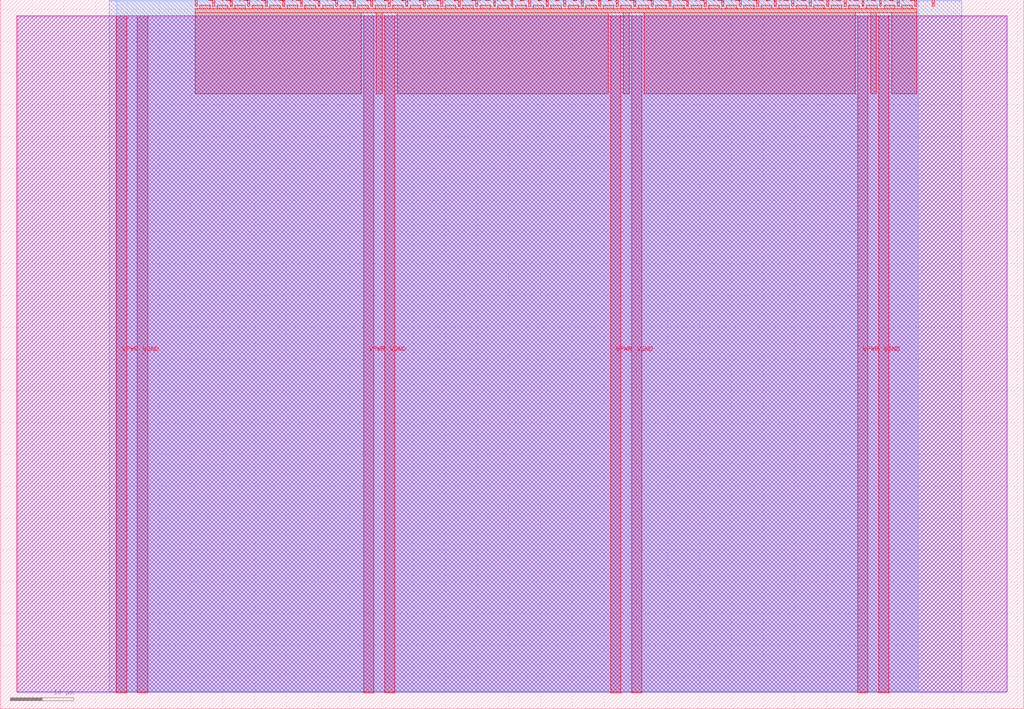
<source format=lef>
VERSION 5.7 ;
  NOWIREEXTENSIONATPIN ON ;
  DIVIDERCHAR "/" ;
  BUSBITCHARS "[]" ;
MACRO tt_um_markgarnold_pdp8
  CLASS BLOCK ;
  FOREIGN tt_um_markgarnold_pdp8 ;
  ORIGIN 0.000 0.000 ;
  SIZE 161.000 BY 111.520 ;
  PIN VGND
    DIRECTION INOUT ;
    USE GROUND ;
    PORT
      LAYER met4 ;
        RECT 21.580 2.480 23.180 109.040 ;
    END
    PORT
      LAYER met4 ;
        RECT 60.450 2.480 62.050 109.040 ;
    END
    PORT
      LAYER met4 ;
        RECT 99.320 2.480 100.920 109.040 ;
    END
    PORT
      LAYER met4 ;
        RECT 138.190 2.480 139.790 109.040 ;
    END
  END VGND
  PIN VPWR
    DIRECTION INOUT ;
    USE POWER ;
    PORT
      LAYER met4 ;
        RECT 18.280 2.480 19.880 109.040 ;
    END
    PORT
      LAYER met4 ;
        RECT 57.150 2.480 58.750 109.040 ;
    END
    PORT
      LAYER met4 ;
        RECT 96.020 2.480 97.620 109.040 ;
    END
    PORT
      LAYER met4 ;
        RECT 134.890 2.480 136.490 109.040 ;
    END
  END VPWR
  PIN clk
    DIRECTION INPUT ;
    USE SIGNAL ;
    ANTENNAGATEAREA 0.852000 ;
    PORT
      LAYER met4 ;
        RECT 143.830 110.520 144.130 111.520 ;
    END
  END clk
  PIN ena
    DIRECTION INPUT ;
    USE SIGNAL ;
    PORT
      LAYER met4 ;
        RECT 146.590 110.520 146.890 111.520 ;
    END
  END ena
  PIN rst_n
    DIRECTION INPUT ;
    USE SIGNAL ;
    ANTENNAGATEAREA 0.196500 ;
    PORT
      LAYER met4 ;
        RECT 141.070 110.520 141.370 111.520 ;
    END
  END rst_n
  PIN ui_in[0]
    DIRECTION INPUT ;
    USE SIGNAL ;
    ANTENNAGATEAREA 0.159000 ;
    PORT
      LAYER met4 ;
        RECT 138.310 110.520 138.610 111.520 ;
    END
  END ui_in[0]
  PIN ui_in[1]
    DIRECTION INPUT ;
    USE SIGNAL ;
    ANTENNAGATEAREA 0.196500 ;
    PORT
      LAYER met4 ;
        RECT 135.550 110.520 135.850 111.520 ;
    END
  END ui_in[1]
  PIN ui_in[2]
    DIRECTION INPUT ;
    USE SIGNAL ;
    PORT
      LAYER met4 ;
        RECT 132.790 110.520 133.090 111.520 ;
    END
  END ui_in[2]
  PIN ui_in[3]
    DIRECTION INPUT ;
    USE SIGNAL ;
    PORT
      LAYER met4 ;
        RECT 130.030 110.520 130.330 111.520 ;
    END
  END ui_in[3]
  PIN ui_in[4]
    DIRECTION INPUT ;
    USE SIGNAL ;
    PORT
      LAYER met4 ;
        RECT 127.270 110.520 127.570 111.520 ;
    END
  END ui_in[4]
  PIN ui_in[5]
    DIRECTION INPUT ;
    USE SIGNAL ;
    PORT
      LAYER met4 ;
        RECT 124.510 110.520 124.810 111.520 ;
    END
  END ui_in[5]
  PIN ui_in[6]
    DIRECTION INPUT ;
    USE SIGNAL ;
    PORT
      LAYER met4 ;
        RECT 121.750 110.520 122.050 111.520 ;
    END
  END ui_in[6]
  PIN ui_in[7]
    DIRECTION INPUT ;
    USE SIGNAL ;
    PORT
      LAYER met4 ;
        RECT 118.990 110.520 119.290 111.520 ;
    END
  END ui_in[7]
  PIN uio_in[0]
    DIRECTION INPUT ;
    USE SIGNAL ;
    PORT
      LAYER met4 ;
        RECT 116.230 110.520 116.530 111.520 ;
    END
  END uio_in[0]
  PIN uio_in[1]
    DIRECTION INPUT ;
    USE SIGNAL ;
    PORT
      LAYER met4 ;
        RECT 113.470 110.520 113.770 111.520 ;
    END
  END uio_in[1]
  PIN uio_in[2]
    DIRECTION INPUT ;
    USE SIGNAL ;
    PORT
      LAYER met4 ;
        RECT 110.710 110.520 111.010 111.520 ;
    END
  END uio_in[2]
  PIN uio_in[3]
    DIRECTION INPUT ;
    USE SIGNAL ;
    PORT
      LAYER met4 ;
        RECT 107.950 110.520 108.250 111.520 ;
    END
  END uio_in[3]
  PIN uio_in[4]
    DIRECTION INPUT ;
    USE SIGNAL ;
    PORT
      LAYER met4 ;
        RECT 105.190 110.520 105.490 111.520 ;
    END
  END uio_in[4]
  PIN uio_in[5]
    DIRECTION INPUT ;
    USE SIGNAL ;
    PORT
      LAYER met4 ;
        RECT 102.430 110.520 102.730 111.520 ;
    END
  END uio_in[5]
  PIN uio_in[6]
    DIRECTION INPUT ;
    USE SIGNAL ;
    PORT
      LAYER met4 ;
        RECT 99.670 110.520 99.970 111.520 ;
    END
  END uio_in[6]
  PIN uio_in[7]
    DIRECTION INPUT ;
    USE SIGNAL ;
    PORT
      LAYER met4 ;
        RECT 96.910 110.520 97.210 111.520 ;
    END
  END uio_in[7]
  PIN uio_oe[0]
    DIRECTION OUTPUT ;
    USE SIGNAL ;
    PORT
      LAYER met4 ;
        RECT 49.990 110.520 50.290 111.520 ;
    END
  END uio_oe[0]
  PIN uio_oe[1]
    DIRECTION OUTPUT ;
    USE SIGNAL ;
    PORT
      LAYER met4 ;
        RECT 47.230 110.520 47.530 111.520 ;
    END
  END uio_oe[1]
  PIN uio_oe[2]
    DIRECTION OUTPUT ;
    USE SIGNAL ;
    PORT
      LAYER met4 ;
        RECT 44.470 110.520 44.770 111.520 ;
    END
  END uio_oe[2]
  PIN uio_oe[3]
    DIRECTION OUTPUT ;
    USE SIGNAL ;
    PORT
      LAYER met4 ;
        RECT 41.710 110.520 42.010 111.520 ;
    END
  END uio_oe[3]
  PIN uio_oe[4]
    DIRECTION OUTPUT ;
    USE SIGNAL ;
    PORT
      LAYER met4 ;
        RECT 38.950 110.520 39.250 111.520 ;
    END
  END uio_oe[4]
  PIN uio_oe[5]
    DIRECTION OUTPUT ;
    USE SIGNAL ;
    PORT
      LAYER met4 ;
        RECT 36.190 110.520 36.490 111.520 ;
    END
  END uio_oe[5]
  PIN uio_oe[6]
    DIRECTION OUTPUT ;
    USE SIGNAL ;
    PORT
      LAYER met4 ;
        RECT 33.430 110.520 33.730 111.520 ;
    END
  END uio_oe[6]
  PIN uio_oe[7]
    DIRECTION OUTPUT ;
    USE SIGNAL ;
    PORT
      LAYER met4 ;
        RECT 30.670 110.520 30.970 111.520 ;
    END
  END uio_oe[7]
  PIN uio_out[0]
    DIRECTION OUTPUT ;
    USE SIGNAL ;
    ANTENNAGATEAREA 1.246500 ;
    ANTENNADIFFAREA 0.891000 ;
    PORT
      LAYER met4 ;
        RECT 72.070 110.520 72.370 111.520 ;
    END
  END uio_out[0]
  PIN uio_out[1]
    DIRECTION OUTPUT ;
    USE SIGNAL ;
    ANTENNAGATEAREA 1.120500 ;
    ANTENNADIFFAREA 0.891000 ;
    PORT
      LAYER met4 ;
        RECT 69.310 110.520 69.610 111.520 ;
    END
  END uio_out[1]
  PIN uio_out[2]
    DIRECTION OUTPUT ;
    USE SIGNAL ;
    ANTENNAGATEAREA 0.747000 ;
    ANTENNADIFFAREA 0.891000 ;
    PORT
      LAYER met4 ;
        RECT 66.550 110.520 66.850 111.520 ;
    END
  END uio_out[2]
  PIN uio_out[3]
    DIRECTION OUTPUT ;
    USE SIGNAL ;
    ANTENNAGATEAREA 0.499500 ;
    ANTENNADIFFAREA 0.891000 ;
    PORT
      LAYER met4 ;
        RECT 63.790 110.520 64.090 111.520 ;
    END
  END uio_out[3]
  PIN uio_out[4]
    DIRECTION OUTPUT ;
    USE SIGNAL ;
    ANTENNADIFFAREA 0.445500 ;
    PORT
      LAYER met4 ;
        RECT 61.030 110.520 61.330 111.520 ;
    END
  END uio_out[4]
  PIN uio_out[5]
    DIRECTION OUTPUT ;
    USE SIGNAL ;
    ANTENNADIFFAREA 0.445500 ;
    PORT
      LAYER met4 ;
        RECT 58.270 110.520 58.570 111.520 ;
    END
  END uio_out[5]
  PIN uio_out[6]
    DIRECTION OUTPUT ;
    USE SIGNAL ;
    PORT
      LAYER met4 ;
        RECT 55.510 110.520 55.810 111.520 ;
    END
  END uio_out[6]
  PIN uio_out[7]
    DIRECTION OUTPUT ;
    USE SIGNAL ;
    PORT
      LAYER met4 ;
        RECT 52.750 110.520 53.050 111.520 ;
    END
  END uio_out[7]
  PIN uo_out[0]
    DIRECTION OUTPUT ;
    USE SIGNAL ;
    ANTENNAGATEAREA 0.373500 ;
    ANTENNADIFFAREA 0.445500 ;
    PORT
      LAYER met4 ;
        RECT 94.150 110.520 94.450 111.520 ;
    END
  END uo_out[0]
  PIN uo_out[1]
    DIRECTION OUTPUT ;
    USE SIGNAL ;
    ANTENNAGATEAREA 0.373500 ;
    ANTENNADIFFAREA 0.891000 ;
    PORT
      LAYER met4 ;
        RECT 91.390 110.520 91.690 111.520 ;
    END
  END uo_out[1]
  PIN uo_out[2]
    DIRECTION OUTPUT ;
    USE SIGNAL ;
    ANTENNAGATEAREA 0.373500 ;
    ANTENNADIFFAREA 0.445500 ;
    PORT
      LAYER met4 ;
        RECT 88.630 110.520 88.930 111.520 ;
    END
  END uo_out[2]
  PIN uo_out[3]
    DIRECTION OUTPUT ;
    USE SIGNAL ;
    ANTENNAGATEAREA 0.373500 ;
    ANTENNADIFFAREA 0.445500 ;
    PORT
      LAYER met4 ;
        RECT 85.870 110.520 86.170 111.520 ;
    END
  END uo_out[3]
  PIN uo_out[4]
    DIRECTION OUTPUT ;
    USE SIGNAL ;
    ANTENNAGATEAREA 0.373500 ;
    ANTENNADIFFAREA 0.445500 ;
    PORT
      LAYER met4 ;
        RECT 83.110 110.520 83.410 111.520 ;
    END
  END uo_out[4]
  PIN uo_out[5]
    DIRECTION OUTPUT ;
    USE SIGNAL ;
    ANTENNAGATEAREA 0.373500 ;
    ANTENNADIFFAREA 0.891000 ;
    PORT
      LAYER met4 ;
        RECT 80.350 110.520 80.650 111.520 ;
    END
  END uo_out[5]
  PIN uo_out[6]
    DIRECTION OUTPUT ;
    USE SIGNAL ;
    ANTENNAGATEAREA 0.621000 ;
    ANTENNADIFFAREA 0.891000 ;
    PORT
      LAYER met4 ;
        RECT 77.590 110.520 77.890 111.520 ;
    END
  END uo_out[6]
  PIN uo_out[7]
    DIRECTION OUTPUT ;
    USE SIGNAL ;
    ANTENNADIFFAREA 0.445500 ;
    PORT
      LAYER met4 ;
        RECT 74.830 110.520 75.130 111.520 ;
    END
  END uo_out[7]
  OBS
      LAYER nwell ;
        RECT 2.570 2.635 158.430 108.990 ;
      LAYER li1 ;
        RECT 2.760 2.635 158.240 108.885 ;
      LAYER met1 ;
        RECT 2.760 2.480 158.240 109.040 ;
      LAYER met2 ;
        RECT 17.120 2.535 151.240 111.365 ;
      LAYER met3 ;
        RECT 18.290 2.555 144.370 111.345 ;
      LAYER met4 ;
        RECT 31.370 110.120 33.030 110.665 ;
        RECT 34.130 110.120 35.790 110.665 ;
        RECT 36.890 110.120 38.550 110.665 ;
        RECT 39.650 110.120 41.310 110.665 ;
        RECT 42.410 110.120 44.070 110.665 ;
        RECT 45.170 110.120 46.830 110.665 ;
        RECT 47.930 110.120 49.590 110.665 ;
        RECT 50.690 110.120 52.350 110.665 ;
        RECT 53.450 110.120 55.110 110.665 ;
        RECT 56.210 110.120 57.870 110.665 ;
        RECT 58.970 110.120 60.630 110.665 ;
        RECT 61.730 110.120 63.390 110.665 ;
        RECT 64.490 110.120 66.150 110.665 ;
        RECT 67.250 110.120 68.910 110.665 ;
        RECT 70.010 110.120 71.670 110.665 ;
        RECT 72.770 110.120 74.430 110.665 ;
        RECT 75.530 110.120 77.190 110.665 ;
        RECT 78.290 110.120 79.950 110.665 ;
        RECT 81.050 110.120 82.710 110.665 ;
        RECT 83.810 110.120 85.470 110.665 ;
        RECT 86.570 110.120 88.230 110.665 ;
        RECT 89.330 110.120 90.990 110.665 ;
        RECT 92.090 110.120 93.750 110.665 ;
        RECT 94.850 110.120 96.510 110.665 ;
        RECT 97.610 110.120 99.270 110.665 ;
        RECT 100.370 110.120 102.030 110.665 ;
        RECT 103.130 110.120 104.790 110.665 ;
        RECT 105.890 110.120 107.550 110.665 ;
        RECT 108.650 110.120 110.310 110.665 ;
        RECT 111.410 110.120 113.070 110.665 ;
        RECT 114.170 110.120 115.830 110.665 ;
        RECT 116.930 110.120 118.590 110.665 ;
        RECT 119.690 110.120 121.350 110.665 ;
        RECT 122.450 110.120 124.110 110.665 ;
        RECT 125.210 110.120 126.870 110.665 ;
        RECT 127.970 110.120 129.630 110.665 ;
        RECT 130.730 110.120 132.390 110.665 ;
        RECT 133.490 110.120 135.150 110.665 ;
        RECT 136.250 110.120 137.910 110.665 ;
        RECT 139.010 110.120 140.670 110.665 ;
        RECT 141.770 110.120 143.430 110.665 ;
        RECT 30.655 109.440 144.145 110.120 ;
        RECT 30.655 96.735 56.750 109.440 ;
        RECT 59.150 96.735 60.050 109.440 ;
        RECT 62.450 96.735 95.620 109.440 ;
        RECT 98.020 96.735 98.920 109.440 ;
        RECT 101.320 96.735 134.490 109.440 ;
        RECT 136.890 96.735 137.790 109.440 ;
        RECT 140.190 96.735 144.145 109.440 ;
  END
END tt_um_markgarnold_pdp8
END LIBRARY


</source>
